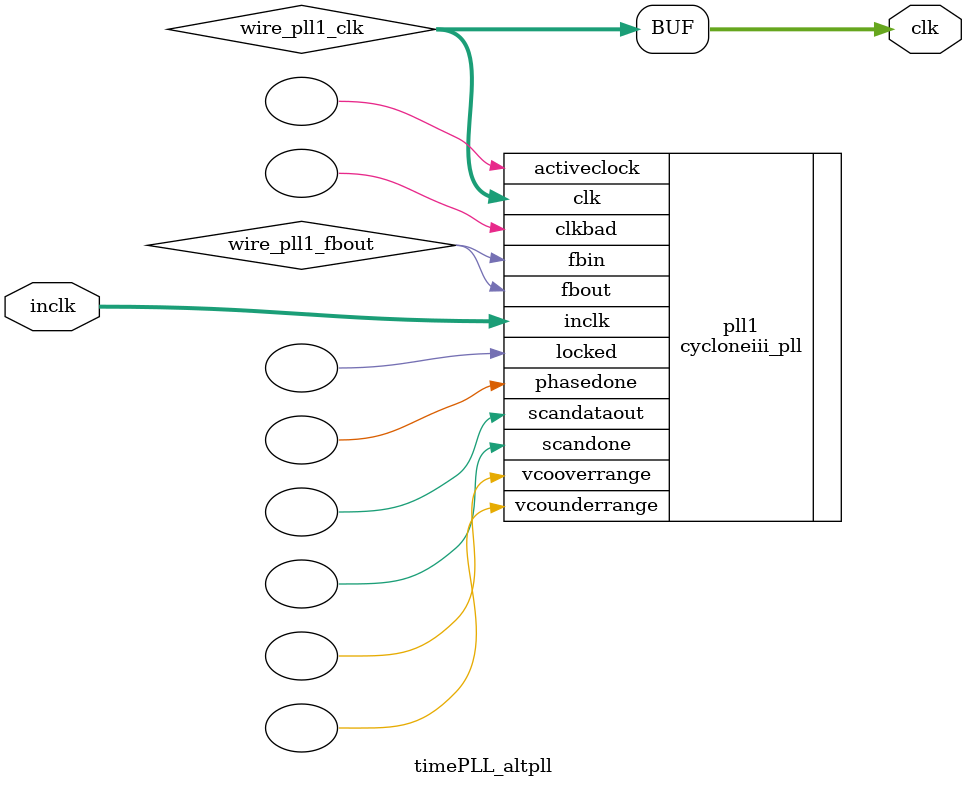
<source format=v>






//synthesis_resources = cycloneiii_pll 1 
//synopsys translate_off
`timescale 1 ps / 1 ps
//synopsys translate_on
module  timePLL_altpll
	( 
	clk,
	inclk) /* synthesis synthesis_clearbox=1 */;
	output   [4:0]  clk;
	input   [1:0]  inclk;
`ifndef ALTERA_RESERVED_QIS
// synopsys translate_off
`endif
	tri0   [1:0]  inclk;
`ifndef ALTERA_RESERVED_QIS
// synopsys translate_on
`endif

	wire  [4:0]   wire_pll1_clk;
	wire  wire_pll1_fbout;

	cycloneiii_pll   pll1
	( 
	.activeclock(),
	.clk(wire_pll1_clk),
	.clkbad(),
	.fbin(wire_pll1_fbout),
	.fbout(wire_pll1_fbout),
	.inclk(inclk),
	.locked(),
	.phasedone(),
	.scandataout(),
	.scandone(),
	.vcooverrange(),
	.vcounderrange()
	`ifndef FORMAL_VERIFICATION
	// synopsys translate_off
	`endif
	,
	.areset(1'b0),
	.clkswitch(1'b0),
	.configupdate(1'b0),
	.pfdena(1'b1),
	.phasecounterselect({3{1'b0}}),
	.phasestep(1'b0),
	.phaseupdown(1'b0),
	.scanclk(1'b0),
	.scanclkena(1'b1),
	.scandata(1'b0)
	`ifndef FORMAL_VERIFICATION
	// synopsys translate_on
	`endif
	);
	defparam
		pll1.bandwidth_type = "auto",
		pll1.clk0_divide_by = 10000,
		pll1.clk0_duty_cycle = 50,
		pll1.clk0_multiply_by = 1,
		pll1.clk0_phase_shift = "0",
		pll1.compensate_clock = "clk0",
		pll1.inclk0_input_frequency = 20000,
		pll1.operation_mode = "normal",
		pll1.pll_type = "auto",
		pll1.lpm_type = "cycloneiii_pll";
	assign
		clk = {wire_pll1_clk[4:0]};
endmodule //timePLL_altpll
//VALID FILE

</source>
